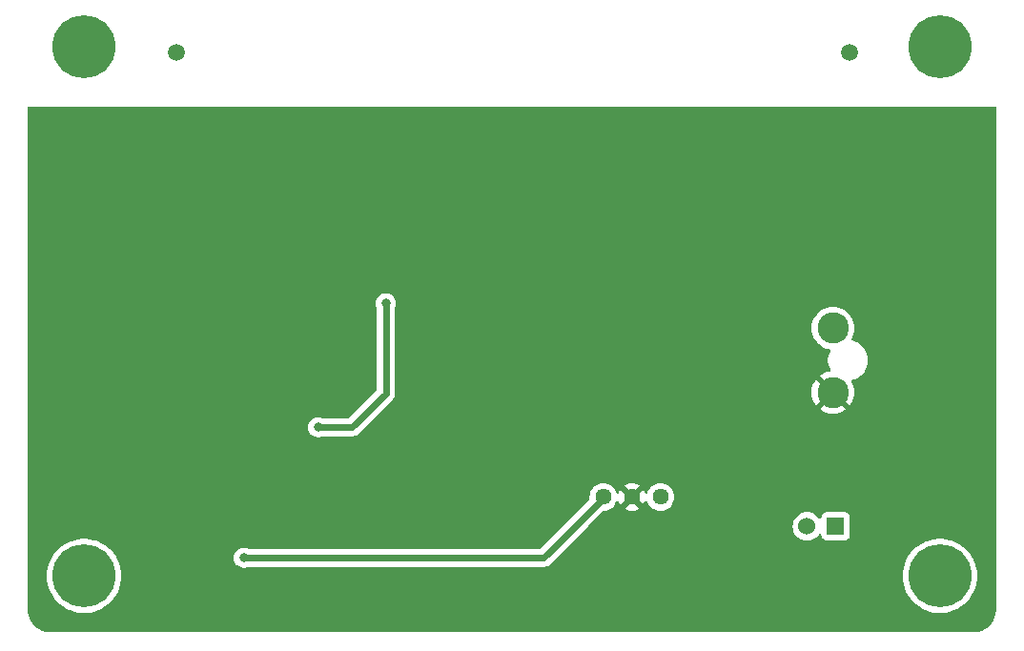
<source format=gbr>
%TF.GenerationSoftware,KiCad,Pcbnew,8.0.2*%
%TF.CreationDate,2024-09-30T17:14:49+02:00*%
%TF.ProjectId,Indicator_voltage,496e6469-6361-4746-9f72-5f766f6c7461,rev?*%
%TF.SameCoordinates,Original*%
%TF.FileFunction,Copper,L2,Bot*%
%TF.FilePolarity,Positive*%
%FSLAX46Y46*%
G04 Gerber Fmt 4.6, Leading zero omitted, Abs format (unit mm)*
G04 Created by KiCad (PCBNEW 8.0.2) date 2024-09-30 17:14:49*
%MOMM*%
%LPD*%
G01*
G04 APERTURE LIST*
%TA.AperFunction,ComponentPad*%
%ADD10C,5.600000*%
%TD*%
%TA.AperFunction,ComponentPad*%
%ADD11C,2.775000*%
%TD*%
%TA.AperFunction,ComponentPad*%
%ADD12R,1.530000X1.530000*%
%TD*%
%TA.AperFunction,ComponentPad*%
%ADD13C,1.530000*%
%TD*%
%TA.AperFunction,ComponentPad*%
%ADD14C,1.440000*%
%TD*%
%TA.AperFunction,ComponentPad*%
%ADD15C,1.515000*%
%TD*%
%TA.AperFunction,ViaPad*%
%ADD16C,0.800000*%
%TD*%
%TA.AperFunction,Conductor*%
%ADD17C,0.600000*%
%TD*%
G04 APERTURE END LIST*
D10*
%TO.P,,1*%
%TO.N,N/C*%
X118000000Y-97000000D03*
%TD*%
D11*
%TO.P,J1,1,1*%
%TO.N,Net-(F1-Pad1)*%
X108500000Y-75000000D03*
%TO.P,J1,2,2*%
%TO.N,0*%
X108500000Y-80700000D03*
%TD*%
D12*
%TO.P,J7,1,1*%
%TO.N,+12V*%
X108740000Y-92600000D03*
D13*
%TO.P,J7,2,2*%
%TO.N,LED-*%
X106200000Y-92600000D03*
%TD*%
D14*
%TO.P,U1,1,+VIN*%
%TO.N,+12V*%
X93190000Y-90000000D03*
%TO.P,U1,2,GND*%
%TO.N,0*%
X90650000Y-90000000D03*
%TO.P,U1,3,+VOUT*%
%TO.N,+5V*%
X88110000Y-90000000D03*
%TD*%
D10*
%TO.P,,1*%
%TO.N,N/C*%
X42000000Y-50000000D03*
%TD*%
%TO.P,,1*%
%TO.N,N/C*%
X42000000Y-97000000D03*
%TD*%
D15*
%TO.P,F1,1,1*%
%TO.N,Net-(F1-Pad1)*%
X110000000Y-50500000D03*
%TO.P,F1,2,2*%
%TO.N,HV+*%
X50160000Y-50500000D03*
%TD*%
D10*
%TO.P,,1*%
%TO.N,N/C*%
X118000000Y-50000000D03*
%TD*%
D16*
%TO.N,0*%
X61600000Y-85200000D03*
X78400000Y-71200000D03*
X72800000Y-68800000D03*
X58200000Y-85200000D03*
%TO.N,Net-(IC1-EN{slash}UVLO)*%
X68800000Y-72800000D03*
X62800000Y-83800000D03*
%TO.N,+5V*%
X56200000Y-95400000D03*
%TD*%
D17*
%TO.N,0*%
X75200000Y-71200000D02*
X78400000Y-71200000D01*
X72800000Y-68800000D02*
X75200000Y-71200000D01*
X61600000Y-85200000D02*
X58200000Y-85200000D01*
X78400000Y-71200000D02*
X78200000Y-71200000D01*
X58200000Y-85200000D02*
X58400000Y-85200000D01*
%TO.N,Net-(IC1-EN{slash}UVLO)*%
X68800000Y-80800000D02*
X65800000Y-83800000D01*
X65800000Y-83800000D02*
X62800000Y-83800000D01*
X68800000Y-72800000D02*
X68800000Y-80800000D01*
%TO.N,+5V*%
X56200000Y-95400000D02*
X82800000Y-95400000D01*
X82800000Y-95400000D02*
X88110000Y-90090000D01*
X88110000Y-90090000D02*
X88110000Y-90000000D01*
%TD*%
%TA.AperFunction,Conductor*%
%TO.N,0*%
G36*
X122943039Y-55319685D02*
G01*
X122988794Y-55372489D01*
X123000000Y-55424000D01*
X123000000Y-99998910D01*
X122999980Y-100001122D01*
X122997590Y-100135101D01*
X122996348Y-100150536D01*
X122958051Y-100416897D01*
X122954290Y-100434185D01*
X122878791Y-100691311D01*
X122872608Y-100707887D01*
X122761284Y-100951654D01*
X122752805Y-100967183D01*
X122607922Y-101192624D01*
X122597320Y-101206787D01*
X122421827Y-101409317D01*
X122409317Y-101421827D01*
X122206787Y-101597320D01*
X122192624Y-101607922D01*
X121967183Y-101752805D01*
X121951654Y-101761284D01*
X121707887Y-101872608D01*
X121691311Y-101878791D01*
X121434185Y-101954290D01*
X121416897Y-101958051D01*
X121150536Y-101996348D01*
X121135101Y-101997590D01*
X121004818Y-101999914D01*
X121001120Y-101999980D01*
X120998910Y-102000000D01*
X39001090Y-102000000D01*
X38998879Y-101999980D01*
X38995015Y-101999911D01*
X38864898Y-101997590D01*
X38849463Y-101996348D01*
X38583102Y-101958051D01*
X38565814Y-101954290D01*
X38308688Y-101878791D01*
X38292112Y-101872608D01*
X38048345Y-101761284D01*
X38032821Y-101752808D01*
X37807374Y-101607921D01*
X37793212Y-101597320D01*
X37590682Y-101421827D01*
X37578172Y-101409317D01*
X37402679Y-101206787D01*
X37392077Y-101192624D01*
X37247188Y-100967173D01*
X37238715Y-100951654D01*
X37127391Y-100707887D01*
X37121208Y-100691311D01*
X37045709Y-100434185D01*
X37041948Y-100416897D01*
X37025213Y-100300500D01*
X37003650Y-100150528D01*
X37002409Y-100135109D01*
X37000020Y-100001121D01*
X37000000Y-99998910D01*
X37000000Y-96999997D01*
X38694652Y-96999997D01*
X38694652Y-97000002D01*
X38714028Y-97357368D01*
X38714029Y-97357385D01*
X38771926Y-97710539D01*
X38771932Y-97710565D01*
X38867672Y-98055392D01*
X38867674Y-98055399D01*
X39000142Y-98387870D01*
X39000151Y-98387888D01*
X39167784Y-98704077D01*
X39167790Y-98704086D01*
X39368634Y-99000309D01*
X39368641Y-99000319D01*
X39600331Y-99273085D01*
X39600332Y-99273086D01*
X39860163Y-99519211D01*
X40145081Y-99735800D01*
X40451747Y-99920315D01*
X40451749Y-99920316D01*
X40451751Y-99920317D01*
X40451755Y-99920319D01*
X40621628Y-99998910D01*
X40776565Y-100070591D01*
X41115726Y-100184868D01*
X41465254Y-100261805D01*
X41821052Y-100300500D01*
X41821058Y-100300500D01*
X42178942Y-100300500D01*
X42178948Y-100300500D01*
X42534746Y-100261805D01*
X42884274Y-100184868D01*
X43223435Y-100070591D01*
X43548253Y-99920315D01*
X43854919Y-99735800D01*
X44139837Y-99519211D01*
X44399668Y-99273086D01*
X44631365Y-99000311D01*
X44832211Y-98704085D01*
X44999853Y-98387880D01*
X45132324Y-98055403D01*
X45228071Y-97710552D01*
X45285972Y-97357371D01*
X45305348Y-97000000D01*
X45305348Y-96999997D01*
X114694652Y-96999997D01*
X114694652Y-97000002D01*
X114714028Y-97357368D01*
X114714029Y-97357385D01*
X114771926Y-97710539D01*
X114771932Y-97710565D01*
X114867672Y-98055392D01*
X114867674Y-98055399D01*
X115000142Y-98387870D01*
X115000151Y-98387888D01*
X115167784Y-98704077D01*
X115167790Y-98704086D01*
X115368634Y-99000309D01*
X115368641Y-99000319D01*
X115600331Y-99273085D01*
X115600332Y-99273086D01*
X115860163Y-99519211D01*
X116145081Y-99735800D01*
X116451747Y-99920315D01*
X116451749Y-99920316D01*
X116451751Y-99920317D01*
X116451755Y-99920319D01*
X116621628Y-99998910D01*
X116776565Y-100070591D01*
X117115726Y-100184868D01*
X117465254Y-100261805D01*
X117821052Y-100300500D01*
X117821058Y-100300500D01*
X118178942Y-100300500D01*
X118178948Y-100300500D01*
X118534746Y-100261805D01*
X118884274Y-100184868D01*
X119223435Y-100070591D01*
X119548253Y-99920315D01*
X119854919Y-99735800D01*
X120139837Y-99519211D01*
X120399668Y-99273086D01*
X120631365Y-99000311D01*
X120832211Y-98704085D01*
X120999853Y-98387880D01*
X121132324Y-98055403D01*
X121228071Y-97710552D01*
X121285972Y-97357371D01*
X121305348Y-97000000D01*
X121285972Y-96642629D01*
X121228071Y-96289448D01*
X121178080Y-96109397D01*
X121132327Y-95944607D01*
X121132325Y-95944600D01*
X120999857Y-95612129D01*
X120999848Y-95612111D01*
X120987202Y-95588259D01*
X120832211Y-95295915D01*
X120631365Y-94999689D01*
X120631361Y-94999684D01*
X120631358Y-94999680D01*
X120399668Y-94726914D01*
X120282417Y-94615848D01*
X120139837Y-94480789D01*
X120139830Y-94480783D01*
X120139827Y-94480781D01*
X120072245Y-94429407D01*
X119854919Y-94264200D01*
X119548253Y-94079685D01*
X119548252Y-94079684D01*
X119548248Y-94079682D01*
X119548244Y-94079680D01*
X119223447Y-93929414D01*
X119223441Y-93929411D01*
X119223435Y-93929409D01*
X119048107Y-93870334D01*
X118884273Y-93815131D01*
X118534744Y-93738194D01*
X118178949Y-93699500D01*
X118178948Y-93699500D01*
X117821052Y-93699500D01*
X117821050Y-93699500D01*
X117465255Y-93738194D01*
X117115726Y-93815131D01*
X116859970Y-93901306D01*
X116776565Y-93929409D01*
X116776563Y-93929410D01*
X116776552Y-93929414D01*
X116451755Y-94079680D01*
X116451751Y-94079682D01*
X116223367Y-94217096D01*
X116145081Y-94264200D01*
X116056768Y-94331333D01*
X115860172Y-94480781D01*
X115860163Y-94480789D01*
X115600331Y-94726914D01*
X115368641Y-94999680D01*
X115368634Y-94999690D01*
X115167790Y-95295913D01*
X115167784Y-95295922D01*
X115000151Y-95612111D01*
X115000142Y-95612129D01*
X114867674Y-95944600D01*
X114867672Y-95944607D01*
X114771932Y-96289434D01*
X114771926Y-96289460D01*
X114714029Y-96642614D01*
X114714028Y-96642631D01*
X114694652Y-96999997D01*
X45305348Y-96999997D01*
X45285972Y-96642629D01*
X45228071Y-96289448D01*
X45178080Y-96109397D01*
X45132327Y-95944607D01*
X45132325Y-95944600D01*
X44999857Y-95612129D01*
X44999848Y-95612111D01*
X44987202Y-95588259D01*
X44887393Y-95400000D01*
X55294540Y-95400000D01*
X55314326Y-95588256D01*
X55314327Y-95588259D01*
X55372818Y-95768277D01*
X55372821Y-95768284D01*
X55467467Y-95932216D01*
X55548119Y-96021789D01*
X55594129Y-96072888D01*
X55747265Y-96184148D01*
X55747270Y-96184151D01*
X55920192Y-96261142D01*
X55920197Y-96261144D01*
X56105354Y-96300500D01*
X56105355Y-96300500D01*
X56294644Y-96300500D01*
X56294646Y-96300500D01*
X56479803Y-96261144D01*
X56591931Y-96211221D01*
X56642367Y-96200500D01*
X82878844Y-96200500D01*
X82878845Y-96200499D01*
X83033497Y-96169737D01*
X83179179Y-96109394D01*
X83310289Y-96021789D01*
X86732079Y-92599998D01*
X104929666Y-92599998D01*
X104929666Y-92600001D01*
X104948964Y-92820585D01*
X104948965Y-92820592D01*
X105006275Y-93034475D01*
X105006279Y-93034486D01*
X105099856Y-93235163D01*
X105099858Y-93235167D01*
X105226868Y-93416555D01*
X105383445Y-93573132D01*
X105564833Y-93700142D01*
X105646437Y-93738194D01*
X105765513Y-93793720D01*
X105765515Y-93793720D01*
X105765520Y-93793723D01*
X105979409Y-93851035D01*
X106136974Y-93864820D01*
X106199998Y-93870334D01*
X106200000Y-93870334D01*
X106200002Y-93870334D01*
X106255276Y-93865498D01*
X106420591Y-93851035D01*
X106634480Y-93793723D01*
X106835167Y-93700142D01*
X107016555Y-93573132D01*
X107173132Y-93416555D01*
X107248928Y-93308307D01*
X107303501Y-93264685D01*
X107373000Y-93257491D01*
X107435355Y-93289013D01*
X107470769Y-93349243D01*
X107474500Y-93379430D01*
X107474500Y-93412868D01*
X107474501Y-93412876D01*
X107480908Y-93472483D01*
X107531202Y-93607328D01*
X107531206Y-93607335D01*
X107617452Y-93722544D01*
X107617455Y-93722547D01*
X107732664Y-93808793D01*
X107732671Y-93808797D01*
X107867517Y-93859091D01*
X107867516Y-93859091D01*
X107874444Y-93859835D01*
X107927127Y-93865500D01*
X109552872Y-93865499D01*
X109612483Y-93859091D01*
X109747331Y-93808796D01*
X109862546Y-93722546D01*
X109948796Y-93607331D01*
X109999091Y-93472483D01*
X110005500Y-93412873D01*
X110005499Y-91787128D01*
X109999091Y-91727517D01*
X109961551Y-91626868D01*
X109948797Y-91592671D01*
X109948793Y-91592664D01*
X109862547Y-91477455D01*
X109862544Y-91477452D01*
X109747335Y-91391206D01*
X109747328Y-91391202D01*
X109612482Y-91340908D01*
X109612483Y-91340908D01*
X109552883Y-91334501D01*
X109552881Y-91334500D01*
X109552873Y-91334500D01*
X109552864Y-91334500D01*
X107927129Y-91334500D01*
X107927123Y-91334501D01*
X107867516Y-91340908D01*
X107732671Y-91391202D01*
X107732664Y-91391206D01*
X107617455Y-91477452D01*
X107617452Y-91477455D01*
X107531206Y-91592664D01*
X107531202Y-91592671D01*
X107480908Y-91727517D01*
X107474896Y-91783441D01*
X107474501Y-91787123D01*
X107474500Y-91787135D01*
X107474500Y-91820564D01*
X107454815Y-91887603D01*
X107402011Y-91933358D01*
X107332853Y-91943302D01*
X107269297Y-91914277D01*
X107248926Y-91891688D01*
X107173137Y-91783452D01*
X107173136Y-91783451D01*
X107173132Y-91783445D01*
X107016555Y-91626868D01*
X106835167Y-91499858D01*
X106835163Y-91499856D01*
X106634486Y-91406279D01*
X106634475Y-91406275D01*
X106420592Y-91348965D01*
X106420585Y-91348964D01*
X106200002Y-91329666D01*
X106199998Y-91329666D01*
X105979414Y-91348964D01*
X105979407Y-91348965D01*
X105765524Y-91406275D01*
X105765513Y-91406279D01*
X105564836Y-91499856D01*
X105564834Y-91499857D01*
X105383444Y-91626868D01*
X105226868Y-91783444D01*
X105099857Y-91964834D01*
X105099856Y-91964836D01*
X105006279Y-92165513D01*
X105006275Y-92165524D01*
X104948965Y-92379407D01*
X104948964Y-92379414D01*
X104929666Y-92599998D01*
X86732079Y-92599998D01*
X88074707Y-91257369D01*
X88136028Y-91223886D01*
X88151574Y-91221524D01*
X88322747Y-91206549D01*
X88529030Y-91151276D01*
X88722581Y-91061021D01*
X88897519Y-90938529D01*
X89048529Y-90787519D01*
X89171021Y-90612581D01*
X89261276Y-90419030D01*
X89261280Y-90419013D01*
X89263130Y-90413936D01*
X89264981Y-90414609D01*
X89296847Y-90362328D01*
X89359694Y-90331797D01*
X89429069Y-90340091D01*
X89482948Y-90384575D01*
X89496430Y-90414095D01*
X89497342Y-90413764D01*
X89499197Y-90418859D01*
X89589413Y-90612329D01*
X89628415Y-90668030D01*
X90191531Y-90104914D01*
X90212029Y-90181413D01*
X90273906Y-90288587D01*
X90361413Y-90376094D01*
X90468587Y-90437971D01*
X90545084Y-90458468D01*
X89981968Y-91021584D01*
X90037663Y-91060582D01*
X90037669Y-91060586D01*
X90231140Y-91150802D01*
X90231146Y-91150805D01*
X90437337Y-91206054D01*
X90437345Y-91206055D01*
X90649998Y-91224660D01*
X90650002Y-91224660D01*
X90862654Y-91206055D01*
X90862662Y-91206054D01*
X91068853Y-91150805D01*
X91068864Y-91150801D01*
X91262325Y-91060589D01*
X91318030Y-91021583D01*
X90754915Y-90458467D01*
X90831413Y-90437971D01*
X90938587Y-90376094D01*
X91026094Y-90288587D01*
X91087971Y-90181413D01*
X91108468Y-90104915D01*
X91671583Y-90668029D01*
X91710589Y-90612325D01*
X91800801Y-90418864D01*
X91802658Y-90413764D01*
X91804567Y-90414458D01*
X91836291Y-90362362D01*
X91899125Y-90331806D01*
X91968504Y-90340071D01*
X92022401Y-90384533D01*
X92035989Y-90414256D01*
X92036870Y-90413936D01*
X92038722Y-90419022D01*
X92038724Y-90419030D01*
X92062492Y-90470000D01*
X92128977Y-90612578D01*
X92251472Y-90787521D01*
X92402478Y-90938527D01*
X92402481Y-90938529D01*
X92577419Y-91061021D01*
X92577421Y-91061022D01*
X92577420Y-91061022D01*
X92641936Y-91091106D01*
X92770970Y-91151276D01*
X92977253Y-91206549D01*
X93129215Y-91219844D01*
X93189998Y-91225162D01*
X93190000Y-91225162D01*
X93190002Y-91225162D01*
X93243186Y-91220508D01*
X93402747Y-91206549D01*
X93609030Y-91151276D01*
X93802581Y-91061021D01*
X93977519Y-90938529D01*
X94128529Y-90787519D01*
X94251021Y-90612581D01*
X94341276Y-90419030D01*
X94396549Y-90212747D01*
X94415162Y-90000000D01*
X94396549Y-89787253D01*
X94342502Y-89585545D01*
X94341278Y-89580977D01*
X94341277Y-89580976D01*
X94341276Y-89580970D01*
X94251021Y-89387419D01*
X94128529Y-89212481D01*
X94128527Y-89212478D01*
X93977521Y-89061472D01*
X93802578Y-88938977D01*
X93802579Y-88938977D01*
X93673547Y-88878809D01*
X93609030Y-88848724D01*
X93609026Y-88848723D01*
X93609022Y-88848721D01*
X93402752Y-88793452D01*
X93402748Y-88793451D01*
X93402747Y-88793451D01*
X93402746Y-88793450D01*
X93402741Y-88793450D01*
X93190002Y-88774838D01*
X93189998Y-88774838D01*
X92977258Y-88793450D01*
X92977247Y-88793452D01*
X92770977Y-88848721D01*
X92770968Y-88848725D01*
X92577421Y-88938977D01*
X92402478Y-89061472D01*
X92251472Y-89212478D01*
X92128977Y-89387421D01*
X92038725Y-89580968D01*
X92036870Y-89586064D01*
X92035031Y-89585394D01*
X92003104Y-89637715D01*
X91940242Y-89668212D01*
X91870870Y-89659883D01*
X91817015Y-89615371D01*
X91803571Y-89585903D01*
X91802658Y-89586236D01*
X91800802Y-89581140D01*
X91710586Y-89387669D01*
X91710582Y-89387663D01*
X91671584Y-89331968D01*
X91108468Y-89895084D01*
X91087971Y-89818587D01*
X91026094Y-89711413D01*
X90938587Y-89623906D01*
X90831413Y-89562029D01*
X90754914Y-89541531D01*
X91318030Y-88978415D01*
X91262329Y-88939413D01*
X91068859Y-88849197D01*
X91068853Y-88849194D01*
X90862662Y-88793945D01*
X90862654Y-88793944D01*
X90650002Y-88775340D01*
X90649998Y-88775340D01*
X90437345Y-88793944D01*
X90437337Y-88793945D01*
X90231146Y-88849194D01*
X90231140Y-88849197D01*
X90037671Y-88939412D01*
X90037669Y-88939413D01*
X89981969Y-88978415D01*
X89981968Y-88978415D01*
X90545085Y-89541531D01*
X90468587Y-89562029D01*
X90361413Y-89623906D01*
X90273906Y-89711413D01*
X90212029Y-89818587D01*
X90191531Y-89895084D01*
X89628415Y-89331968D01*
X89628415Y-89331969D01*
X89589413Y-89387669D01*
X89589412Y-89387671D01*
X89499197Y-89581140D01*
X89497342Y-89586236D01*
X89495445Y-89585545D01*
X89463656Y-89637684D01*
X89400805Y-89668205D01*
X89331431Y-89659901D01*
X89277559Y-89615408D01*
X89264012Y-89585742D01*
X89263130Y-89586064D01*
X89261279Y-89580983D01*
X89261276Y-89580970D01*
X89171021Y-89387419D01*
X89048529Y-89212481D01*
X89048527Y-89212478D01*
X88897521Y-89061472D01*
X88722578Y-88938977D01*
X88722579Y-88938977D01*
X88593547Y-88878809D01*
X88529030Y-88848724D01*
X88529026Y-88848723D01*
X88529022Y-88848721D01*
X88322752Y-88793452D01*
X88322748Y-88793451D01*
X88322747Y-88793451D01*
X88322746Y-88793450D01*
X88322741Y-88793450D01*
X88110002Y-88774838D01*
X88109998Y-88774838D01*
X87897258Y-88793450D01*
X87897247Y-88793452D01*
X87690977Y-88848721D01*
X87690968Y-88848725D01*
X87497421Y-88938977D01*
X87322478Y-89061472D01*
X87171472Y-89212478D01*
X87048977Y-89387421D01*
X86958725Y-89580968D01*
X86958721Y-89580977D01*
X86903452Y-89787247D01*
X86903450Y-89787258D01*
X86884838Y-89999998D01*
X86884838Y-90000002D01*
X86894527Y-90110752D01*
X86880760Y-90179252D01*
X86858680Y-90209240D01*
X82504741Y-94563181D01*
X82443418Y-94596666D01*
X82417060Y-94599500D01*
X56642367Y-94599500D01*
X56591931Y-94588779D01*
X56479807Y-94538857D01*
X56479802Y-94538855D01*
X56334001Y-94507865D01*
X56294646Y-94499500D01*
X56105354Y-94499500D01*
X56072897Y-94506398D01*
X55920197Y-94538855D01*
X55920192Y-94538857D01*
X55747270Y-94615848D01*
X55747265Y-94615851D01*
X55594129Y-94727111D01*
X55467466Y-94867785D01*
X55372821Y-95031715D01*
X55372818Y-95031722D01*
X55314327Y-95211740D01*
X55314326Y-95211744D01*
X55294540Y-95400000D01*
X44887393Y-95400000D01*
X44832211Y-95295915D01*
X44631365Y-94999689D01*
X44631361Y-94999684D01*
X44631358Y-94999680D01*
X44399668Y-94726914D01*
X44282417Y-94615848D01*
X44139837Y-94480789D01*
X44139830Y-94480783D01*
X44139827Y-94480781D01*
X44072245Y-94429407D01*
X43854919Y-94264200D01*
X43548253Y-94079685D01*
X43548252Y-94079684D01*
X43548248Y-94079682D01*
X43548244Y-94079680D01*
X43223447Y-93929414D01*
X43223441Y-93929411D01*
X43223435Y-93929409D01*
X43048107Y-93870334D01*
X42884273Y-93815131D01*
X42534744Y-93738194D01*
X42178949Y-93699500D01*
X42178948Y-93699500D01*
X41821052Y-93699500D01*
X41821050Y-93699500D01*
X41465255Y-93738194D01*
X41115726Y-93815131D01*
X40859970Y-93901306D01*
X40776565Y-93929409D01*
X40776563Y-93929410D01*
X40776552Y-93929414D01*
X40451755Y-94079680D01*
X40451751Y-94079682D01*
X40223367Y-94217096D01*
X40145081Y-94264200D01*
X40056768Y-94331333D01*
X39860172Y-94480781D01*
X39860163Y-94480789D01*
X39600331Y-94726914D01*
X39368641Y-94999680D01*
X39368634Y-94999690D01*
X39167790Y-95295913D01*
X39167784Y-95295922D01*
X39000151Y-95612111D01*
X39000142Y-95612129D01*
X38867674Y-95944600D01*
X38867672Y-95944607D01*
X38771932Y-96289434D01*
X38771926Y-96289460D01*
X38714029Y-96642614D01*
X38714028Y-96642631D01*
X38694652Y-96999997D01*
X37000000Y-96999997D01*
X37000000Y-83800000D01*
X61894540Y-83800000D01*
X61914326Y-83988256D01*
X61914327Y-83988259D01*
X61972818Y-84168277D01*
X61972821Y-84168284D01*
X62067467Y-84332216D01*
X62148119Y-84421789D01*
X62194129Y-84472888D01*
X62347265Y-84584148D01*
X62347270Y-84584151D01*
X62520192Y-84661142D01*
X62520197Y-84661144D01*
X62705354Y-84700500D01*
X62705355Y-84700500D01*
X62894644Y-84700500D01*
X62894646Y-84700500D01*
X63079803Y-84661144D01*
X63191931Y-84611221D01*
X63242367Y-84600500D01*
X65878844Y-84600500D01*
X65878845Y-84600499D01*
X66033497Y-84569737D01*
X66179179Y-84509394D01*
X66310289Y-84421789D01*
X69421789Y-81310289D01*
X69509394Y-81179179D01*
X69569738Y-81033497D01*
X69600500Y-80878842D01*
X69600500Y-80721157D01*
X69600500Y-74999998D01*
X106607177Y-74999998D01*
X106607177Y-75000001D01*
X106626443Y-75269382D01*
X106683848Y-75533263D01*
X106683850Y-75533270D01*
X106742448Y-75690377D01*
X106778228Y-75786308D01*
X106778230Y-75786312D01*
X106907652Y-76023331D01*
X106907657Y-76023339D01*
X107069493Y-76239527D01*
X107069509Y-76239545D01*
X107260454Y-76430490D01*
X107260472Y-76430506D01*
X107476660Y-76592342D01*
X107476668Y-76592347D01*
X107713687Y-76721769D01*
X107713691Y-76721771D01*
X107713693Y-76721772D01*
X107966730Y-76816150D01*
X108066713Y-76837900D01*
X108173919Y-76861222D01*
X108235242Y-76894707D01*
X108268727Y-76956030D01*
X108263743Y-77025722D01*
X108254949Y-77044386D01*
X108244188Y-77063025D01*
X108244179Y-77063042D01*
X108155120Y-77278052D01*
X108094878Y-77502877D01*
X108064501Y-77733617D01*
X108064500Y-77733634D01*
X108064500Y-77966365D01*
X108064501Y-77966382D01*
X108094878Y-78197122D01*
X108155120Y-78421947D01*
X108244179Y-78636957D01*
X108244188Y-78636976D01*
X108255210Y-78656065D01*
X108271684Y-78723965D01*
X108248832Y-78789992D01*
X108193912Y-78833183D01*
X108174183Y-78839232D01*
X107966875Y-78884330D01*
X107713899Y-78978684D01*
X107713895Y-78978686D01*
X107476939Y-79108074D01*
X107476931Y-79108079D01*
X107353803Y-79200250D01*
X108045051Y-79891498D01*
X107910347Y-79981505D01*
X107781505Y-80110347D01*
X107691498Y-80245050D01*
X107000250Y-79553803D01*
X106908079Y-79676931D01*
X106908074Y-79676939D01*
X106778686Y-79913895D01*
X106778684Y-79913899D01*
X106684329Y-80166876D01*
X106626940Y-80430689D01*
X106607679Y-80699998D01*
X106607679Y-80700001D01*
X106626940Y-80969310D01*
X106684329Y-81233123D01*
X106778684Y-81486100D01*
X106778686Y-81486104D01*
X106908074Y-81723060D01*
X106908079Y-81723068D01*
X107000250Y-81846195D01*
X107000251Y-81846195D01*
X107691498Y-81154948D01*
X107781505Y-81289653D01*
X107910347Y-81418495D01*
X108045050Y-81508501D01*
X107353803Y-82199747D01*
X107353804Y-82199748D01*
X107476931Y-82291920D01*
X107476939Y-82291925D01*
X107713895Y-82421313D01*
X107713899Y-82421315D01*
X107966876Y-82515670D01*
X108230689Y-82573059D01*
X108499999Y-82592321D01*
X108500001Y-82592321D01*
X108769310Y-82573059D01*
X109033123Y-82515670D01*
X109286100Y-82421315D01*
X109286104Y-82421313D01*
X109523060Y-82291925D01*
X109523061Y-82291924D01*
X109646195Y-82199747D01*
X108954948Y-81508501D01*
X109089653Y-81418495D01*
X109218495Y-81289653D01*
X109308501Y-81154949D01*
X109999747Y-81846195D01*
X110091924Y-81723061D01*
X110091925Y-81723060D01*
X110221313Y-81486104D01*
X110221315Y-81486100D01*
X110315670Y-81233123D01*
X110373059Y-80969310D01*
X110392321Y-80700001D01*
X110392321Y-80699998D01*
X110373059Y-80430689D01*
X110315670Y-80166876D01*
X110221315Y-79913899D01*
X110221313Y-79913895D01*
X110140669Y-79766208D01*
X110125817Y-79697936D01*
X110150233Y-79632471D01*
X110206167Y-79590599D01*
X110217390Y-79587011D01*
X110411940Y-79534882D01*
X110411945Y-79534880D01*
X110626960Y-79445819D01*
X110626963Y-79445817D01*
X110626969Y-79445815D01*
X110828532Y-79329442D01*
X111013181Y-79187756D01*
X111177756Y-79023181D01*
X111319442Y-78838532D01*
X111435815Y-78636969D01*
X111524882Y-78421940D01*
X111585121Y-78197126D01*
X111615500Y-77966372D01*
X111615500Y-77733628D01*
X111585121Y-77502874D01*
X111524882Y-77278060D01*
X111435820Y-77063042D01*
X111435819Y-77063039D01*
X111435811Y-77063023D01*
X111319446Y-76861475D01*
X111319442Y-76861468D01*
X111177756Y-76676819D01*
X111177751Y-76676813D01*
X111013186Y-76512248D01*
X111013179Y-76512242D01*
X110828540Y-76370564D01*
X110828538Y-76370562D01*
X110828532Y-76370558D01*
X110828527Y-76370555D01*
X110828524Y-76370553D01*
X110626976Y-76254188D01*
X110626960Y-76254180D01*
X110411947Y-76165120D01*
X110217905Y-76113126D01*
X110158245Y-76076761D01*
X110127716Y-76013913D01*
X110136011Y-75944538D01*
X110141167Y-75933924D01*
X110221769Y-75786312D01*
X110221771Y-75786308D01*
X110221772Y-75786307D01*
X110316150Y-75533270D01*
X110373557Y-75269377D01*
X110392823Y-75000000D01*
X110373557Y-74730623D01*
X110316150Y-74466730D01*
X110221772Y-74213693D01*
X110092344Y-73976663D01*
X110092342Y-73976660D01*
X109930506Y-73760472D01*
X109930490Y-73760454D01*
X109739545Y-73569509D01*
X109739527Y-73569493D01*
X109523339Y-73407657D01*
X109523331Y-73407652D01*
X109286312Y-73278230D01*
X109286308Y-73278228D01*
X109190377Y-73242448D01*
X109033270Y-73183850D01*
X109033266Y-73183849D01*
X109033263Y-73183848D01*
X108769382Y-73126443D01*
X108500001Y-73107177D01*
X108499999Y-73107177D01*
X108230617Y-73126443D01*
X107966736Y-73183848D01*
X107966731Y-73183849D01*
X107966730Y-73183850D01*
X107905551Y-73206668D01*
X107713691Y-73278228D01*
X107713687Y-73278230D01*
X107476668Y-73407652D01*
X107476660Y-73407657D01*
X107260472Y-73569493D01*
X107260454Y-73569509D01*
X107069509Y-73760454D01*
X107069493Y-73760472D01*
X106907657Y-73976660D01*
X106907652Y-73976668D01*
X106778230Y-74213687D01*
X106778228Y-74213691D01*
X106683848Y-74466736D01*
X106626443Y-74730617D01*
X106607177Y-74999998D01*
X69600500Y-74999998D01*
X69600500Y-73247718D01*
X69617112Y-73185720D01*
X69627179Y-73168284D01*
X69685674Y-72988256D01*
X69705460Y-72800000D01*
X69685674Y-72611744D01*
X69627179Y-72431716D01*
X69532533Y-72267784D01*
X69405871Y-72127112D01*
X69405870Y-72127111D01*
X69252734Y-72015851D01*
X69252729Y-72015848D01*
X69079807Y-71938857D01*
X69079802Y-71938855D01*
X68934001Y-71907865D01*
X68894646Y-71899500D01*
X68705354Y-71899500D01*
X68672897Y-71906398D01*
X68520197Y-71938855D01*
X68520192Y-71938857D01*
X68347270Y-72015848D01*
X68347265Y-72015851D01*
X68194129Y-72127111D01*
X68067466Y-72267785D01*
X67972821Y-72431715D01*
X67972818Y-72431722D01*
X67914327Y-72611740D01*
X67914326Y-72611744D01*
X67894540Y-72800000D01*
X67914326Y-72988256D01*
X67914327Y-72988259D01*
X67972818Y-73168277D01*
X67972819Y-73168279D01*
X67972821Y-73168284D01*
X67982887Y-73185720D01*
X67999500Y-73247718D01*
X67999500Y-80417060D01*
X67979815Y-80484099D01*
X67963181Y-80504741D01*
X65504741Y-82963181D01*
X65443418Y-82996666D01*
X65417060Y-82999500D01*
X63242367Y-82999500D01*
X63191931Y-82988779D01*
X63079807Y-82938857D01*
X63079802Y-82938855D01*
X62934001Y-82907865D01*
X62894646Y-82899500D01*
X62705354Y-82899500D01*
X62672897Y-82906398D01*
X62520197Y-82938855D01*
X62520192Y-82938857D01*
X62347270Y-83015848D01*
X62347265Y-83015851D01*
X62194129Y-83127111D01*
X62067466Y-83267785D01*
X61972821Y-83431715D01*
X61972818Y-83431722D01*
X61914327Y-83611740D01*
X61914326Y-83611744D01*
X61894540Y-83800000D01*
X37000000Y-83800000D01*
X37000000Y-55424000D01*
X37019685Y-55356961D01*
X37072489Y-55311206D01*
X37124000Y-55300000D01*
X122876000Y-55300000D01*
X122943039Y-55319685D01*
G37*
%TD.AperFunction*%
%TD*%
M02*

</source>
